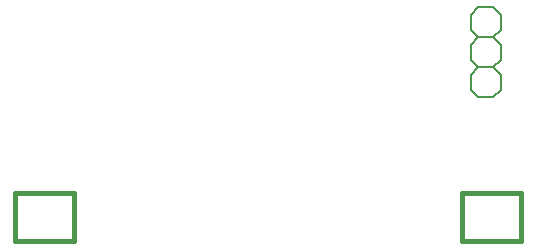
<source format=gbr>
G04 EAGLE Gerber RS-274X export*
G75*
%MOMM*%
%FSLAX34Y34*%
%LPD*%
%INSilkscreen Bottom*%
%IPPOS*%
%AMOC8*
5,1,8,0,0,1.08239X$1,22.5*%
G01*
%ADD10C,0.406400*%
%ADD11C,0.152400*%


D10*
X399100Y58100D02*
X449100Y58100D01*
X449100Y18100D01*
X399100Y18100D01*
X399100Y58100D01*
X70800Y18100D02*
X20800Y18100D01*
X20800Y58100D01*
X70800Y58100D01*
X70800Y18100D01*
D11*
X406400Y196850D02*
X406400Y209550D01*
X406400Y196850D02*
X412750Y190500D01*
X425450Y190500D01*
X431800Y196850D01*
X412750Y190500D02*
X406400Y184150D01*
X406400Y171450D01*
X412750Y165100D01*
X425450Y165100D01*
X431800Y171450D01*
X431800Y184150D01*
X425450Y190500D01*
X425450Y215900D02*
X412750Y215900D01*
X406400Y209550D01*
X425450Y215900D02*
X431800Y209550D01*
X431800Y196850D01*
X412750Y165100D02*
X406400Y158750D01*
X406400Y146050D01*
X412750Y139700D01*
X425450Y139700D01*
X431800Y146050D01*
X431800Y158750D01*
X425450Y165100D01*
M02*

</source>
